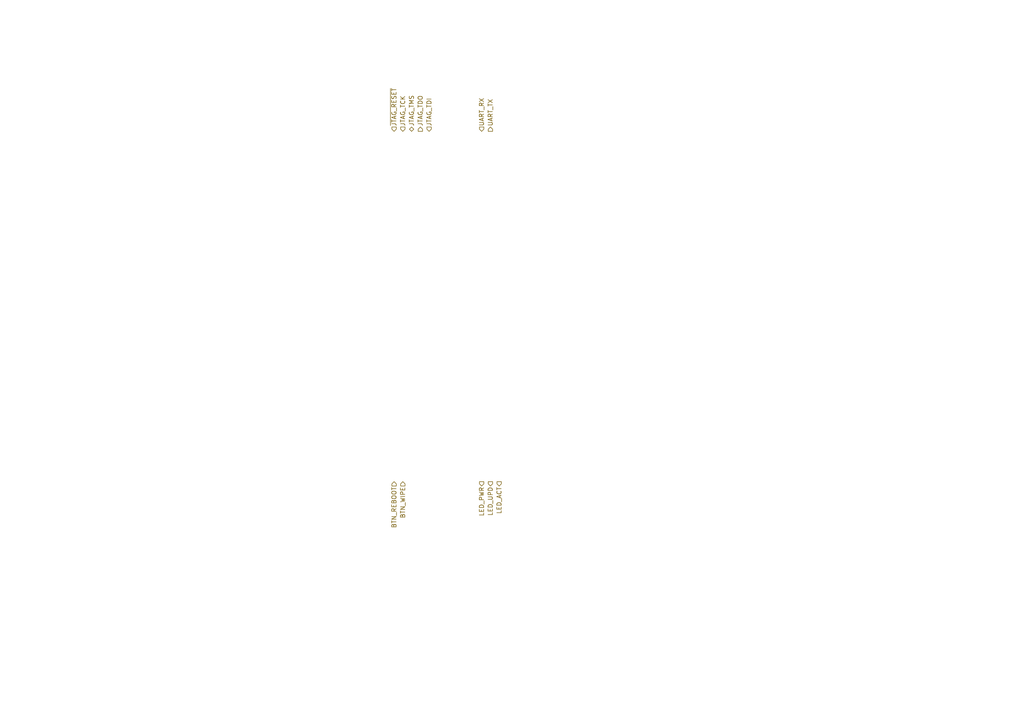
<source format=kicad_sch>
(kicad_sch
	(version 20231120)
	(generator "eeschema")
	(generator_version "8.0")
	(uuid "393d1ad1-4f47-4813-80db-2ff0bccd8599")
	(paper "A4")
	(lib_symbols)
	(hierarchical_label "BTN_REBOOT"
		(shape input)
		(at 114.3 139.7 270)
		(effects
			(font
				(size 1.27 1.27)
			)
			(justify right)
		)
		(uuid "0c6e71a3-ccd4-4f57-aacd-cd48264882d5")
	)
	(hierarchical_label "~{JTAG_RESET}"
		(shape input)
		(at 114.3 38.1 90)
		(effects
			(font
				(size 1.27 1.27)
			)
			(justify left)
		)
		(uuid "229a3404-2336-45f6-b34e-89bae4bf1f28")
	)
	(hierarchical_label "UART_TX"
		(shape output)
		(at 142.24 38.1 90)
		(effects
			(font
				(size 1.27 1.27)
			)
			(justify left)
		)
		(uuid "3344ea58-6ebf-4d72-89cc-cbac6c60daa4")
	)
	(hierarchical_label "LED_UPD"
		(shape output)
		(at 142.24 139.7 270)
		(effects
			(font
				(size 1.27 1.27)
			)
			(justify right)
		)
		(uuid "5da7ab40-9bf4-4dc1-a08c-dee7ad9780f6")
	)
	(hierarchical_label "JTAG_TMS"
		(shape bidirectional)
		(at 119.38 38.1 90)
		(effects
			(font
				(size 1.27 1.27)
			)
			(justify left)
		)
		(uuid "617b37ec-b5d3-4e1b-971a-1e543c286c47")
	)
	(hierarchical_label "BTN_WIPE"
		(shape input)
		(at 116.84 139.7 270)
		(effects
			(font
				(size 1.27 1.27)
			)
			(justify right)
		)
		(uuid "6ebd1d0f-ebc5-4fed-866b-72c1fc73c067")
	)
	(hierarchical_label "JTAG_TDI"
		(shape input)
		(at 124.46 38.1 90)
		(effects
			(font
				(size 1.27 1.27)
			)
			(justify left)
		)
		(uuid "6f1da862-866e-4613-b148-bd73f5d74510")
	)
	(hierarchical_label "LED_PWR"
		(shape output)
		(at 139.7 139.7 270)
		(effects
			(font
				(size 1.27 1.27)
			)
			(justify right)
		)
		(uuid "6f559997-3ab3-4801-91cc-bd35a3229ef7")
	)
	(hierarchical_label "LED_ACT"
		(shape output)
		(at 144.78 139.7 270)
		(effects
			(font
				(size 1.27 1.27)
			)
			(justify right)
		)
		(uuid "7a9cbe62-0a68-488f-b000-8245036b151d")
	)
	(hierarchical_label "JTAG_TCK"
		(shape input)
		(at 116.84 38.1 90)
		(effects
			(font
				(size 1.27 1.27)
			)
			(justify left)
		)
		(uuid "806823e9-c7ef-45dc-832c-ddb4378c340f")
	)
	(hierarchical_label "JTAG_TDO"
		(shape output)
		(at 121.92 38.1 90)
		(effects
			(font
				(size 1.27 1.27)
			)
			(justify left)
		)
		(uuid "c8c54128-6def-44a1-83c3-03363c086b89")
	)
	(hierarchical_label "UART_RX"
		(shape input)
		(at 139.7 38.1 90)
		(effects
			(font
				(size 1.27 1.27)
			)
			(justify left)
		)
		(uuid "f746bc5a-1478-4385-b328-a1f6bc50eb2b")
	)
)

</source>
